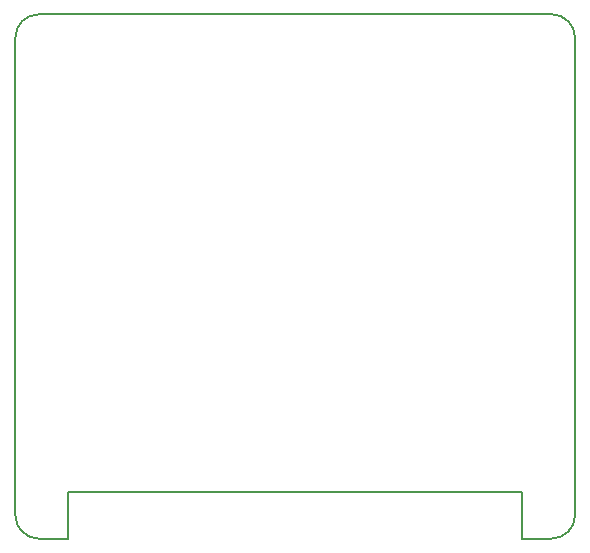
<source format=gko>
G04 Layer_Color=16711935*
%FSAX25Y25*%
%MOIN*%
G70*
G01*
G75*
%ADD21C,0.00787*%
D21*
X0310480Y0409740D02*
G03*
X0302606Y0401866I0000000J-0007874D01*
G01*
X0489221D02*
G03*
X0481347Y0409740I-0007874J0000000D01*
G01*
X0302606Y0242811D02*
G03*
X0310480Y0234937I0007874J0000000D01*
G01*
X0481347D02*
G03*
X0489221Y0242811I0000000J0007874D01*
G01*
X0310480Y0234937D02*
X0320323D01*
X0320323Y0234937D02*
Y0250500D01*
X0481347Y0234937D02*
X0481347Y0234937D01*
X0471504Y0234937D02*
X0481347D01*
X0302606Y0242811D02*
Y0401866D01*
X0489221Y0242811D02*
Y0401866D01*
X0310480Y0409740D02*
X0481347D01*
X0320323Y0250500D02*
X0471504D01*
Y0234937D02*
Y0250500D01*
M02*

</source>
